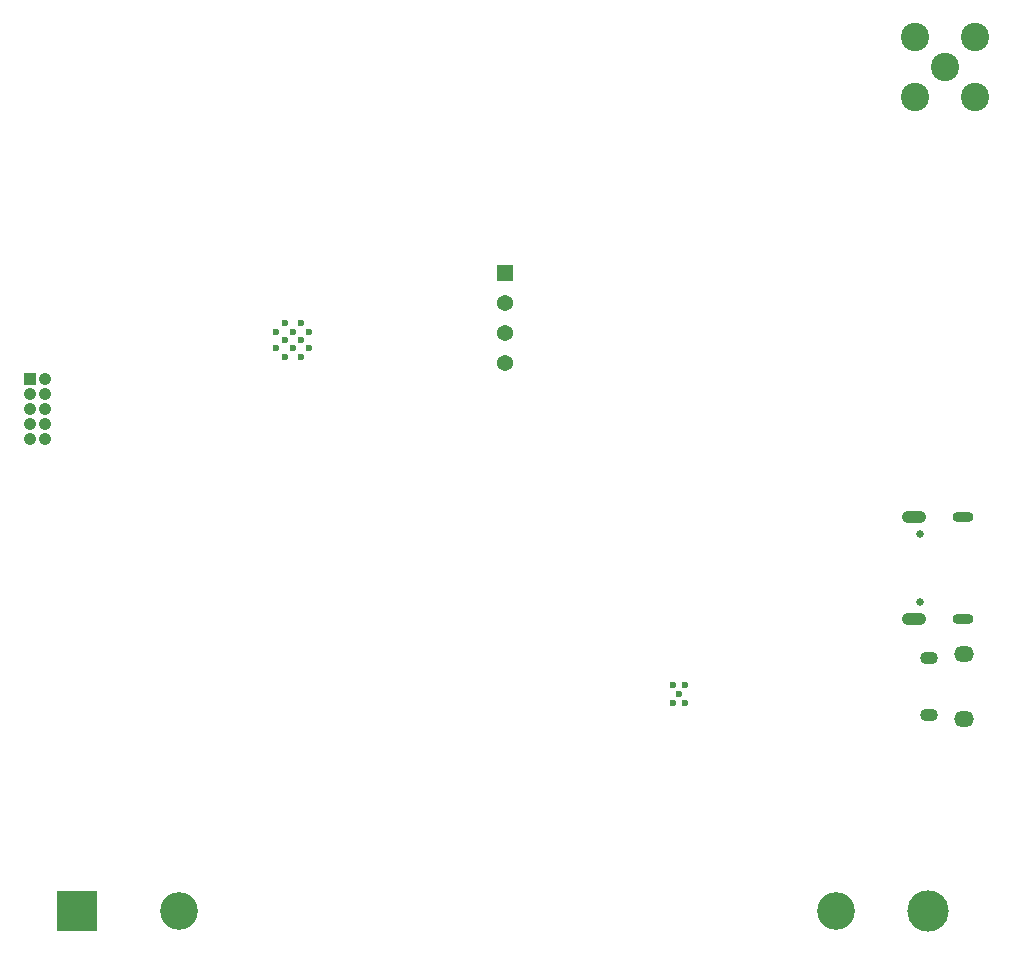
<source format=gbr>
%TF.GenerationSoftware,KiCad,Pcbnew,9.0.0*%
%TF.CreationDate,2025-06-04T09:40:56+09:00*%
%TF.ProjectId,FLP_PCB_host,464c505f-5043-4425-9f68-6f73742e6b69,rev?*%
%TF.SameCoordinates,Original*%
%TF.FileFunction,Soldermask,Bot*%
%TF.FilePolarity,Negative*%
%FSLAX46Y46*%
G04 Gerber Fmt 4.6, Leading zero omitted, Abs format (unit mm)*
G04 Created by KiCad (PCBNEW 9.0.0) date 2025-06-04 09:40:56*
%MOMM*%
%LPD*%
G01*
G04 APERTURE LIST*
%ADD10C,0.650000*%
%ADD11O,2.100000X1.050000*%
%ADD12O,1.800000X0.900000*%
%ADD13C,2.400000*%
%ADD14R,1.050000X1.050000*%
%ADD15C,1.050000*%
%ADD16C,0.600000*%
%ADD17C,3.200000*%
%ADD18R,3.500000X3.500000*%
%ADD19C,3.500000*%
%ADD20O,1.700000X1.350000*%
%ADD21O,1.500000X1.100000*%
%ADD22R,1.370000X1.370000*%
%ADD23C,1.370000*%
G04 APERTURE END LIST*
D10*
%TO.C,UART1*%
X95320000Y-67890000D03*
X95320000Y-62110000D03*
D11*
X94820000Y-69320000D03*
X94820000Y-60680000D03*
D12*
X99000000Y-69320000D03*
X99000000Y-60680000D03*
%TD*%
D13*
%TO.C,J5*%
X97460000Y-22540000D03*
X100000000Y-25080000D03*
X100000000Y-20000000D03*
X94920000Y-20000000D03*
X94920000Y-25080000D03*
%TD*%
D14*
%TO.C,J3*%
X20030000Y-49000000D03*
D15*
X21300000Y-49000000D03*
X20030000Y-50270000D03*
X21300000Y-50270000D03*
X20030000Y-51540000D03*
X21300000Y-51540000D03*
X20030000Y-52810000D03*
X21300000Y-52810000D03*
X20030000Y-54080000D03*
X21300000Y-54080000D03*
%TD*%
D16*
%TO.C,U2*%
X74425000Y-74900000D03*
X74425000Y-76400000D03*
X74925000Y-75650000D03*
X75425000Y-74900000D03*
X75425000Y-76400000D03*
%TD*%
D17*
%TO.C,BT1*%
X32645000Y-94000000D03*
X88255000Y-94000000D03*
D18*
X24000000Y-94000000D03*
D19*
X96000000Y-94000000D03*
%TD*%
D20*
%TO.C,Charger1*%
X99115000Y-77755000D03*
D21*
X96115000Y-77445000D03*
X96115000Y-72605000D03*
D20*
X99115000Y-72295000D03*
%TD*%
D22*
%TO.C,J4*%
X60200000Y-39977500D03*
D23*
X60200000Y-42517500D03*
X60200000Y-45057500D03*
X60200000Y-47597500D03*
%TD*%
D16*
%TO.C,U1*%
X40850000Y-44990000D03*
X40850000Y-46390000D03*
X41550000Y-44290000D03*
X41550000Y-45690000D03*
X41550000Y-47090000D03*
X42250000Y-44990000D03*
X42250000Y-46390000D03*
X42950000Y-44290000D03*
X42950000Y-45690000D03*
X42950000Y-47090000D03*
X43650000Y-44990000D03*
X43650000Y-46390000D03*
%TD*%
M02*

</source>
